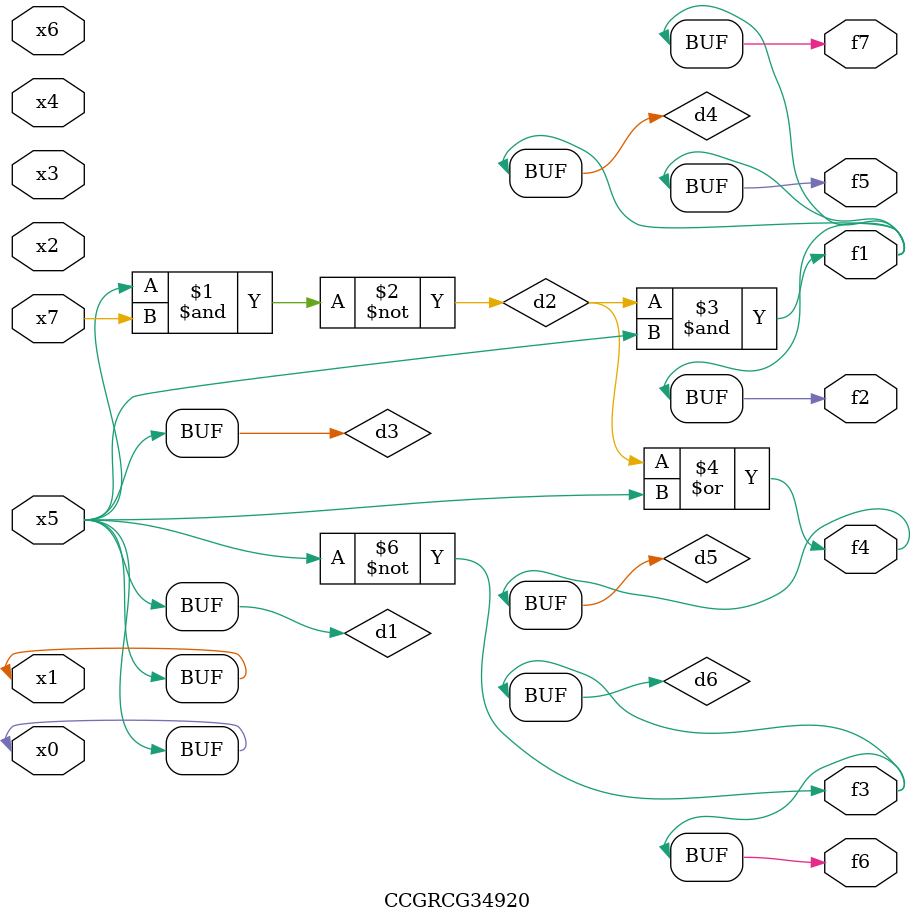
<source format=v>
module CCGRCG34920(
	input x0, x1, x2, x3, x4, x5, x6, x7,
	output f1, f2, f3, f4, f5, f6, f7
);

	wire d1, d2, d3, d4, d5, d6;

	buf (d1, x0, x5);
	nand (d2, x5, x7);
	buf (d3, x0, x1);
	and (d4, d2, d3);
	or (d5, d2, d3);
	nor (d6, d1, d3);
	assign f1 = d4;
	assign f2 = d4;
	assign f3 = d6;
	assign f4 = d5;
	assign f5 = d4;
	assign f6 = d6;
	assign f7 = d4;
endmodule

</source>
